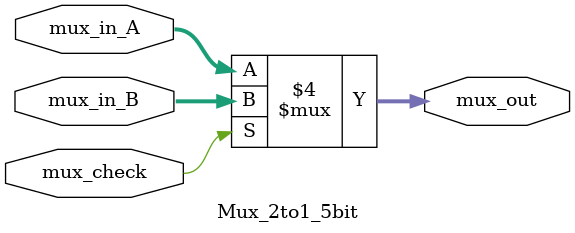
<source format=v>
module Mux_2to1_5bit(mux_out, mux_in_A, mux_in_B, mux_check);

    output  [4:0] mux_out;
    
    input   [4:0] mux_in_A;
    input   [4:0] mux_in_B;
    input   mux_check;
	reg     [4:0] mux_out;
	
    always@(*) begin
        if (mux_check == 0) begin
	        mux_out = mux_in_A;
	    end
	    else begin
            mux_out = mux_in_B;
	    end
	 end

endmodule
</source>
